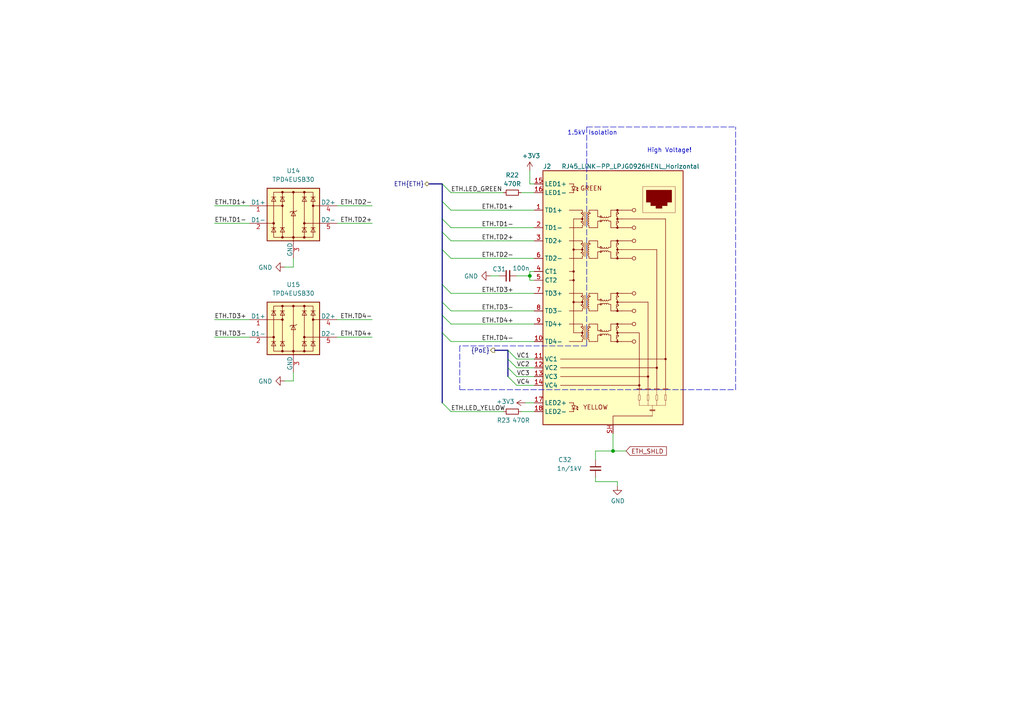
<source format=kicad_sch>
(kicad_sch (version 20211123) (generator eeschema)
  (paper "A4")
  (title_block (title "Ethernet") (date "2022-08-29") (rev "1.3") (company "Nabu Casa") (comment 1 "www.nabucasa.com") (comment 2 "Yellow"))
  (lib_symbols
    (symbol "Device:C_Small" (pin_numbers hide) (pin_names (offset 0.254) hide)
      (property "Reference" "C" (at 0.254 1.778 0))
      (property "Value" "C_Small" (at 0.254 -2.032 0))
      (symbol "C_Small_0_1"
        (polyline (pts (xy -1.524 -0.508) (xy 1.524 -0.508)) (stroke (width 0.3302)))
        (polyline (pts (xy -1.524 0.508) (xy 1.524 0.508)) (stroke (width 0.3048)))
      )
      (symbol "C_Small_1_1"
        (pin passive line (at 0 2.54 270) (length 2.032) (name "~") (number "1"))
        (pin passive line (at 0 -2.54 90) (length 2.032) (name "~") (number "2"))
      )
    )
    (symbol "Device:R_Small" (pin_numbers hide) (pin_names (offset 0.254) hide)
      (property "Reference" "R" (at 0.762 0.508 0))
      (property "Value" "R_Small" (at 0.762 -1.016 0))
      (symbol "R_Small_0_1"
        (rectangle (start -0.762 1.778) (end 0.762 -1.778) (stroke (width 0.2032)))
      )
      (symbol "R_Small_1_1"
        (pin passive line (at 0 2.54 270) (length 0.762) (name "~") (number "1"))
        (pin passive line (at 0 -2.54 90) (length 0.762) (name "~") (number "2"))
      )
    )
    (symbol "Power_Protection:TPD4EUSB30_1" (pin_names (offset 0))
      (property "Reference" "U" (at -0.635 8.89 0))
      (property "Value" "TPD4EUSB30" (at 8.89 -10.16 0))
      (symbol "TPD4EUSB30_1_0_0"
        (rectangle (start -5.715 6.477) (end 5.715 -6.604))
        (polyline (pts (xy -3.175 -6.604) (xy -3.175 6.477)))
        (polyline (pts (xy 0 6.477) (xy 0 -6.604)))
        (polyline (pts (xy 3.175 6.477) (xy 3.175 -6.604)))
      )
      (symbol "TPD4EUSB30_1_0_1"
        (rectangle (start -7.62 7.62) (end 7.62 -7.62) (stroke (width 0.254)) (fill (type background)))
        (circle (center -5.715 -2.54) (radius 0.2794) (fill (type outline)))
        (circle (center -3.175 -6.604) (radius 0.2794) (fill (type outline)))
        (circle (center -3.175 2.54) (radius 0.2794) (fill (type outline)))
        (circle (center -3.175 6.477) (radius 0.2794) (fill (type outline)))
        (circle (center 0 -6.604) (radius 0.2794) (fill (type outline)))
        (polyline (pts (xy -7.747 2.54) (xy -3.175 2.54)))
        (polyline (pts (xy -7.62 -2.54) (xy -5.715 -2.54)))
        (polyline (pts (xy -5.08 -3.81) (xy -6.35 -3.81)))
        (polyline (pts (xy -5.08 5.08) (xy -6.35 5.08)))
        (polyline (pts (xy -2.54 -3.81) (xy -3.81 -3.81)))
        (polyline (pts (xy -2.54 5.08) (xy -3.81 5.08)))
        (polyline (pts (xy -0.635 0.889) (xy -1.016 0.635)))
        (polyline (pts (xy 0 -6.604) (xy 0 -7.62)))
        (polyline (pts (xy 0.635 0.889) (xy -0.635 0.889)))
        (polyline (pts (xy 0.635 0.889) (xy 1.016 1.143)))
        (polyline (pts (xy 3.81 -3.81) (xy 2.54 -3.81)))
        (polyline (pts (xy 3.81 5.08) (xy 2.54 5.08)))
        (polyline (pts (xy 6.35 -3.81) (xy 5.08 -3.81)))
        (polyline (pts (xy 6.35 5.08) (xy 5.08 5.08)))
        (polyline (pts (xy 7.62 -2.54) (xy 3.175 -2.54)))
        (polyline (pts (xy 7.62 2.54) (xy 5.715 2.54)))
        (polyline (pts (xy -5.08 -5.08) (xy -6.35 -5.08) (xy -5.715 -3.81) (xy -5.08 -5.08)))
        (polyline (pts (xy -5.08 3.81) (xy -6.35 3.81) (xy -5.715 5.08) (xy -5.08 3.81)))
        (polyline (pts (xy -2.54 -5.08) (xy -3.81 -5.08) (xy -3.175 -3.81) (xy -2.54 -5.08)))
        (polyline (pts (xy -2.54 3.81) (xy -3.81 3.81) (xy -3.175 5.08) (xy -2.54 3.81)))
        (polyline (pts (xy 0.635 -0.381) (xy -0.635 -0.381) (xy 0 0.889) (xy 0.635 -0.381)))
        (polyline (pts (xy 3.81 -5.08) (xy 2.54 -5.08) (xy 3.175 -3.81) (xy 3.81 -5.08)))
        (polyline (pts (xy 3.81 3.81) (xy 2.54 3.81) (xy 3.175 5.08) (xy 3.81 3.81)))
        (polyline (pts (xy 6.35 -5.08) (xy 5.08 -5.08) (xy 5.715 -3.81) (xy 6.35 -5.08)))
        (polyline (pts (xy 6.35 3.81) (xy 5.08 3.81) (xy 5.715 5.08) (xy 6.35 3.81)))
        (circle (center 0 6.477) (radius 0.2794) (fill (type outline)))
        (circle (center 3.175 -6.604) (radius 0.2794) (fill (type outline)))
        (circle (center 3.175 -2.54) (radius 0.2794) (fill (type outline)))
        (circle (center 3.175 6.477) (radius 0.2794) (fill (type outline)))
        (circle (center 5.715 2.54) (radius 0.2794) (fill (type outline)))
      )
      (symbol "TPD4EUSB30_1_1_1"
        (pin passive line (at -12.7 2.54 0) (length 5.08) (name "D1+") (number "1"))
        (pin passive line (at -12.7 2.54 0) (length 5.08) hide (name "D1+") (number "10"))
        (pin passive line (at -12.7 -2.54 0) (length 5.08) (name "D1-") (number "2"))
        (pin power_in line (at 0 -12.7 90) (length 5.08) (name "GND") (number "3"))
        (pin passive line (at 12.7 2.54 180) (length 5.08) (name "D2+") (number "4"))
        (pin passive line (at 12.7 -2.54 180) (length 5.08) (name "D2-") (number "5"))
        (pin passive line (at 12.7 -2.54 180) (length 5.08) hide (name "D2-") (number "6"))
        (pin passive line (at 12.7 2.54 180) (length 5.08) hide (name "D2+") (number "7"))
        (pin passive line (at 0 -12.7 90) (length 5.08) hide (name "GND") (number "8"))
        (pin passive line (at -12.7 -2.54 0) (length 5.08) hide (name "D1-") (number "9"))
      )
    )
    (symbol "Yellow:RJ45_LINK-PP_LPJG0926HENL_Horizontal"
      (property "Reference" "J" (at -20.32 38.1 0))
      (property "Value" "RJ45_LINK-PP_LPJG0926HENL_Horizontal" (at 5.08 38.1 0))
      (symbol "RJ45_LINK-PP_LPJG0926HENL_Horizontal_0_0"
        (polyline (pts (xy 7.62 -31.242) (xy 15.24 -31.242)) (stroke (width 0.0006)))
        (polyline (pts (xy 7.62 -29.718) (xy 7.62 -31.242)) (stroke (width 0.0006)))
        (polyline (pts (xy 7.62 -26.67) (xy 7.62 -28.194)) (stroke (width 0.0006)))
        (polyline (pts (xy 10.16 -29.718) (xy 10.16 -31.242)) (stroke (width 0.0006)))
        (polyline (pts (xy 10.16 -26.67) (xy 10.16 -28.194)) (stroke (width 0.0006)))
        (polyline (pts (xy 11.43 -34.29) (xy 11.43 -32.766)) (stroke (width 0.0006)))
        (polyline (pts (xy 11.43 -32.512) (xy 11.43 -31.242)) (stroke (width 0.0006)))
        (polyline (pts (xy 12.7 -29.718) (xy 12.7 -31.242)) (stroke (width 0.0006)))
        (polyline (pts (xy 12.7 -26.67) (xy 12.7 -28.194)) (stroke (width 0.0006)))
        (polyline (pts (xy 15.24 -29.718) (xy 15.24 -31.242)) (stroke (width 0.0006)))
        (polyline (pts (xy 15.24 -26.67) (xy 15.24 -28.194)) (stroke (width 0.0006)))
        (rectangle (start 7.366 -28.194) (end 7.874 -29.718) (stroke (width 0.0006)))
        (rectangle (start 8.636 32.258) (end 18.034 24.638) (stroke (width 0.0006)))
        (rectangle (start 9.652 31.242) (end 17.018 27.686) (stroke (width 0.0006)) (fill (type outline)))
        (rectangle (start 9.906 -28.194) (end 10.414 -29.718) (stroke (width 0.0006)))
        (rectangle (start 10.922 27.686) (end 15.748 26.67) (stroke (width 0.0006)) (fill (type outline)))
        (rectangle (start 12.446 -28.194) (end 12.954 -29.718) (stroke (width 0.0006)))
        (rectangle (start 12.446 26.67) (end 14.224 25.908) (stroke (width 0.0006)) (fill (type outline)))
        (rectangle (start 14.986 -28.194) (end 15.494 -29.718) (stroke (width 0.0006)))
        (text "GREEN" (at -6.35 31.75 0) (effects (font (size 1.27 1.27))))
        (text "YELLOW" (at -5.08 -31.75 0) (effects (font (size 1.27 1.27))))
      )
      (symbol "RJ45_LINK-PP_LPJG0926HENL_Horizontal_0_1"
        (rectangle (start -20.32 36.83) (end 20.32 -36.83) (stroke (width 0.254)) (fill (type background)))
        (circle (center -11.43 -1.27) (radius 0.254) (fill (type outline)))
        (circle (center -11.43 5.08) (radius 0.254) (fill (type outline)))
        (circle (center -11.43 7.62) (radius 0.254) (fill (type outline)))
        (circle (center -11.43 13.97) (radius 0.254) (fill (type outline)))
        (circle (center -9.144 -11.049) (radius 0.127) (fill (type outline)))
        (circle (center -9.144 -8.509) (radius 0.127) (fill (type outline)))
        (circle (center -9.144 -2.159) (radius 0.127) (fill (type outline)))
        (circle (center -9.144 0.381) (radius 0.127) (fill (type outline)))
        (circle (center -9.144 13.081) (radius 0.127) (fill (type outline)))
        (circle (center -9.144 15.621) (radius 0.127) (fill (type outline)))
        (circle (center -9.144 21.971) (radius 0.127) (fill (type outline)))
        (circle (center -9.144 24.511) (radius 0.127) (fill (type outline)))
        (arc (start -8.89 -12.065) (mid -8.5849 -11.7475) (end -8.89 -11.43))
        (arc (start -8.89 -11.43) (mid -8.5849 -11.1125) (end -8.89 -10.795))
        (circle (center -8.89 -10.16) (radius 0.254) (fill (type outline)))
        (arc (start -8.89 -9.525) (mid -8.5849 -9.2075) (end -8.89 -8.89))
        (arc (start -8.89 -8.89) (mid -8.5849 -8.5725) (end -8.89 -8.255))
        (arc (start -8.89 -3.175) (mid -8.5849 -2.8575) (end -8.89 -2.54))
        (arc (start -8.89 -2.54) (mid -8.5849 -2.2225) (end -8.89 -1.905))
        (circle (center -8.89 -1.27) (radius 0.254) (fill (type outline)))
        (arc (start -8.89 -0.635) (mid -8.5849 -0.3175) (end -8.89 0))
        (arc (start -8.89 0) (mid -8.5849 0.3175) (end -8.89 0.635))
        (arc (start -8.89 12.065) (mid -8.5849 12.3825) (end -8.89 12.7))
        (arc (start -8.89 12.7) (mid -8.5849 13.0175) (end -8.89 13.335))
        (circle (center -8.89 13.97) (radius 0.254) (fill (type outline)))
        (arc (start -8.89 14.605) (mid -8.5849 14.9225) (end -8.89 15.24))
        (arc (start -8.89 15.24) (mid -8.5849 15.5575) (end -8.89 15.875))
        (arc (start -8.89 20.955) (mid -8.5849 21.2725) (end -8.89 21.59))
        (arc (start -8.89 21.59) (mid -8.5849 21.9075) (end -8.89 22.225))
        (circle (center -8.89 22.86) (radius 0.254) (fill (type outline)))
        (arc (start -8.89 23.495) (mid -8.5849 23.8125) (end -8.89 24.13))
        (arc (start -8.89 24.13) (mid -8.5849 24.4475) (end -8.89 24.765))
        (arc (start -6.985 -11.43) (mid -7.2901 -11.7475) (end -6.985 -12.065))
        (arc (start -6.985 -10.795) (mid -7.2901 -11.1125) (end -6.985 -11.43))
        (arc (start -6.985 -10.16) (mid -7.2901 -10.4775) (end -6.985 -10.795))
        (arc (start -6.985 -9.525) (mid -7.2901 -9.8425) (end -6.985 -10.16))
        (arc (start -6.985 -8.89) (mid -7.2901 -9.2075) (end -6.985 -9.525))
        (arc (start -6.985 -8.255) (mid -7.2901 -8.5725) (end -6.985 -8.89))
        (arc (start -6.985 -2.54) (mid -7.2901 -2.8575) (end -6.985 -3.175))
        (arc (start -6.985 -1.905) (mid -7.2901 -2.2225) (end -6.985 -2.54))
        (arc (start -6.985 -1.27) (mid -7.2901 -1.5875) (end -6.985 -1.905))
        (arc (start -6.985 -0.635) (mid -7.2901 -0.9525) (end -6.985 -1.27))
        (arc (start -6.985 0) (mid -7.2901 -0.3175) (end -6.985 -0.635))
        (arc (start -6.985 0.635) (mid -7.2901 0.3175) (end -6.985 0))
        (arc (start -6.985 12.7) (mid -7.2901 12.3825) (end -6.985 12.065))
        (arc (start -6.985 13.335) (mid -7.2901 13.0175) (end -6.985 12.7))
        (arc (start -6.985 13.97) (mid -7.2901 13.6525) (end -6.985 13.335))
        (arc (start -6.985 14.605) (mid -7.2901 14.2875) (end -6.985 13.97))
        (arc (start -6.985 15.24) (mid -7.2901 14.9225) (end -6.985 14.605))
        (arc (start -6.985 15.875) (mid -7.2901 15.5575) (end -6.985 15.24))
        (arc (start -6.985 21.59) (mid -7.2901 21.2725) (end -6.985 20.955))
        (arc (start -6.985 22.225) (mid -7.2901 21.9075) (end -6.985 21.59))
        (arc (start -6.985 22.86) (mid -7.2901 22.5425) (end -6.985 22.225))
        (arc (start -6.985 23.495) (mid -7.2901 23.1775) (end -6.985 22.86))
        (arc (start -6.985 24.13) (mid -7.2901 23.8125) (end -6.985 23.495))
        (arc (start -6.985 24.765) (mid -7.2901 24.4475) (end -6.985 24.13))
        (circle (center -6.731 -8.509) (radius 0.127) (fill (type outline)))
        (circle (center -6.731 0.381) (radius 0.127) (fill (type outline)))
        (circle (center -6.731 15.621) (radius 0.127) (fill (type outline)))
        (circle (center -6.731 24.511) (radius 0.127) (fill (type outline)))
        (arc (start -3.81 -9.525) (mid -3.4925 -9.8301) (end -3.175 -9.525))
        (arc (start -3.81 -0.635) (mid -3.4925 -0.9401) (end -3.175 -0.635))
        (arc (start -3.81 14.605) (mid -3.4925 14.2999) (end -3.175 14.605))
        (arc (start -3.81 23.495) (mid -3.4925 23.1899) (end -3.175 23.495))
        (circle (center -3.5306 -10.8966) (radius 0.127) (fill (type outline)))
        (circle (center -3.5306 -9.3726) (radius 0.127) (fill (type outline)))
        (circle (center -3.5306 -2.0066) (radius 0.127) (fill (type outline)))
        (circle (center -3.5306 -0.4826) (radius 0.127) (fill (type outline)))
        (circle (center -3.5306 13.2334) (radius 0.127) (fill (type outline)))
        (circle (center -3.5306 14.7574) (radius 0.127) (fill (type outline)))
        (circle (center -3.5306 22.1234) (radius 0.127) (fill (type outline)))
        (circle (center -3.5306 23.6474) (radius 0.127) (fill (type outline)))
        (arc (start -3.175 -10.795) (mid -3.4925 -10.4899) (end -3.81 -10.795))
        (arc (start -3.175 -9.525) (mid -2.8575 -9.8301) (end -2.54 -9.525))
        (arc (start -3.175 -1.905) (mid -3.4925 -1.5999) (end -3.81 -1.905))
        (arc (start -3.175 -0.635) (mid -2.8575 -0.9401) (end -2.54 -0.635))
        (arc (start -3.175 13.335) (mid -3.4925 13.6401) (end -3.81 13.335))
        (arc (start -3.175 14.605) (mid -2.8575 14.2999) (end -2.54 14.605))
        (arc (start -3.175 22.225) (mid -3.4925 22.5301) (end -3.81 22.225))
        (arc (start -3.175 23.495) (mid -2.8575 23.1899) (end -2.54 23.495))
        (arc (start -2.54 -10.795) (mid -2.8575 -10.4899) (end -3.175 -10.795))
        (arc (start -2.54 -9.525) (mid -2.2225 -9.8301) (end -1.905 -9.525))
        (arc (start -2.54 -1.905) (mid -2.8575 -1.5999) (end -3.175 -1.905))
        (arc (start -2.54 -0.635) (mid -2.2225 -0.9401) (end -1.905 -0.635))
        (arc (start -2.54 13.335) (mid -2.8575 13.6401) (end -3.175 13.335))
        (arc (start -2.54 14.605) (mid -2.2225 14.2999) (end -1.905 14.605))
        (arc (start -2.54 22.225) (mid -2.8575 22.5301) (end -3.175 22.225))
        (arc (start -2.54 23.495) (mid -2.2225 23.1899) (end -1.905 23.495))
        (arc (start -1.905 -10.795) (mid -2.2225 -10.4899) (end -2.54 -10.795))
        (arc (start -1.905 -9.525) (mid -1.5875 -9.8301) (end -1.27 -9.525))
        (arc (start -1.905 -1.905) (mid -2.2225 -1.5999) (end -2.54 -1.905))
        (arc (start -1.905 -0.635) (mid -1.5875 -0.9401) (end -1.27 -0.635))
        (arc (start -1.905 13.335) (mid -2.2225 13.6401) (end -2.54 13.335))
        (arc (start -1.905 14.605) (mid -1.5875 14.2999) (end -1.27 14.605))
        (arc (start -1.905 22.225) (mid -2.2225 22.5301) (end -2.54 22.225))
        (arc (start -1.905 23.495) (mid -1.5875 23.1899) (end -1.27 23.495))
        (arc (start -1.27 -10.795) (mid -1.5875 -10.4899) (end -1.905 -10.795))
        (arc (start -1.27 -1.905) (mid -1.5875 -1.5999) (end -1.905 -1.905))
        (arc (start -1.27 13.335) (mid -1.5875 13.6401) (end -1.905 13.335))
        (arc (start -1.27 22.225) (mid -1.5875 22.5301) (end -1.905 22.225))
        (polyline (pts (xy -15.24 -25.4) (xy 7.62 -25.4)))
        (polyline (pts (xy -15.24 -22.86) (xy 10.16 -22.86)))
        (polyline (pts (xy -15.24 -20.32) (xy 12.7 -20.32)))
        (polyline (pts (xy -15.24 -17.78) (xy 15.24 -17.78)))
        (polyline (pts (xy -12.7 -12.7) (xy -8.89 -12.7)))
        (polyline (pts (xy -12.7 -7.62) (xy -8.89 -7.62)))
        (polyline (pts (xy -12.7 -3.81) (xy -8.89 -3.81)))
        (polyline (pts (xy -12.7 1.27) (xy -8.89 1.27)))
        (polyline (pts (xy -12.7 5.08) (xy -11.43 5.08)))
        (polyline (pts (xy -12.7 7.62) (xy -11.43 7.62)))
        (polyline (pts (xy -12.7 11.43) (xy -8.89 11.43)))
        (polyline (pts (xy -12.7 16.51) (xy -8.89 16.51)))
        (polyline (pts (xy -12.7 20.32) (xy -8.89 20.32)))
        (polyline (pts (xy -12.7 25.4) (xy -8.89 25.4)))
        (polyline (pts (xy -11.43 -10.16) (xy -11.43 22.86)))
        (polyline (pts (xy -11.43 -10.16) (xy -8.89 -10.16)))
        (polyline (pts (xy -11.43 -1.27) (xy -8.89 -1.27)))
        (polyline (pts (xy -11.43 13.97) (xy -8.89 13.97)))
        (polyline (pts (xy -11.43 22.86) (xy -8.89 22.86)))
        (polyline (pts (xy -8.89 -12.7) (xy -8.89 -12.065)))
        (polyline (pts (xy -8.89 -10.16) (xy -8.89 -10.795)))
        (polyline (pts (xy -8.89 -10.16) (xy -8.89 -9.525)))
        (polyline (pts (xy -8.89 -7.62) (xy -8.89 -8.255)))
        (polyline (pts (xy -8.89 -3.81) (xy -8.89 -3.175)))
        (polyline (pts (xy -8.89 -1.27) (xy -8.89 -1.905)))
        (polyline (pts (xy -8.89 -1.27) (xy -8.89 -0.635)))
        (polyline (pts (xy -8.89 1.27) (xy -8.89 0.635)))
        (polyline (pts (xy -8.89 11.43) (xy -8.89 12.065)))
        (polyline (pts (xy -8.89 13.97) (xy -8.89 13.335)))
        (polyline (pts (xy -8.89 13.97) (xy -8.89 14.605)))
        (polyline (pts (xy -8.89 16.51) (xy -8.89 15.875)))
        (polyline (pts (xy -8.89 20.32) (xy -8.89 20.955)))
        (polyline (pts (xy -8.89 22.86) (xy -8.89 22.225)))
        (polyline (pts (xy -8.89 22.86) (xy -8.89 23.495)))
        (polyline (pts (xy -8.89 25.4) (xy -8.89 24.765)))
        (polyline (pts (xy -8.128 -12.192) (xy -8.128 -8.128)))
        (polyline (pts (xy -8.128 -3.302) (xy -8.128 0.762)))
        (polyline (pts (xy -8.128 11.938) (xy -8.128 16.002)))
        (polyline (pts (xy -8.128 20.828) (xy -8.128 24.892)))
        (polyline (pts (xy -7.62 -12.192) (xy -7.62 -8.128)))
        (polyline (pts (xy -7.62 -3.302) (xy -7.62 0.762)))
        (polyline (pts (xy -7.62 11.938) (xy -7.62 16.002)))
        (polyline (pts (xy -7.62 20.828) (xy -7.62 24.892)))
        (polyline (pts (xy -4.445 -9.525) (xy -3.81 -9.525)))
        (polyline (pts (xy -4.445 -0.635) (xy -3.81 -0.635)))
        (polyline (pts (xy -4.445 14.605) (xy -3.81 14.605)))
        (polyline (pts (xy -4.445 23.495) (xy -3.81 23.495)))
        (polyline (pts (xy -0.635 -12.7) (xy 0.635 -12.7)))
        (polyline (pts (xy -0.635 -7.62) (xy 0.635 -7.62)))
        (polyline (pts (xy -0.635 -3.81) (xy 0.635 -3.81)))
        (polyline (pts (xy -0.635 1.27) (xy 0.635 1.27)))
        (polyline (pts (xy -0.635 11.43) (xy 0.635 11.43)))
        (polyline (pts (xy -0.635 16.51) (xy 0.635 16.51)))
        (polyline (pts (xy -0.635 20.32) (xy 0.635 20.32)))
        (polyline (pts (xy -0.635 25.4) (xy 0.635 25.4)))
        (polyline (pts (xy 1.27 -12.7) (xy 1.27 -12.065)))
        (polyline (pts (xy 1.27 -10.16) (xy 1.27 -10.795)))
        (polyline (pts (xy 1.27 -10.16) (xy 1.27 -9.525)))
        (polyline (pts (xy 1.27 -7.62) (xy 1.27 -8.255)))
        (polyline (pts (xy 1.27 -3.81) (xy 1.27 -3.175)))
        (polyline (pts (xy 1.27 -1.27) (xy 1.27 -1.905)))
        (polyline (pts (xy 1.27 -1.27) (xy 1.27 -0.635)))
        (polyline (pts (xy 1.27 1.27) (xy 1.27 0.635)))
        (polyline (pts (xy 1.27 11.43) (xy 1.27 12.065)))
        (polyline (pts (xy 1.27 13.97) (xy 1.27 13.335)))
        (polyline (pts (xy 1.27 13.97) (xy 1.27 14.605)))
        (polyline (pts (xy 1.27 16.51) (xy 1.27 15.875)))
        (polyline (pts (xy 1.27 20.32) (xy 1.27 20.955)))
        (polyline (pts (xy 1.27 22.86) (xy 1.27 22.225)))
        (polyline (pts (xy 1.27 22.86) (xy 1.27 23.495)))
        (polyline (pts (xy 1.27 25.4) (xy 1.27 24.765)))
        (polyline (pts (xy 2.54 -12.7) (xy 1.27 -12.7)))
        (polyline (pts (xy 2.54 -12.7) (xy 5.588 -12.7)))
        (polyline (pts (xy 2.54 -10.16) (xy 1.27 -10.16)))
        (polyline (pts (xy 2.54 -10.16) (xy 7.62 -10.16)))
        (polyline (pts (xy 2.54 -7.62) (xy 1.27 -7.62)))
        (polyline (pts (xy 2.54 -7.62) (xy 5.588 -7.62)))
        (polyline (pts (xy 2.54 -3.81) (xy 1.27 -3.81)))
        (polyline (pts (xy 2.54 -3.81) (xy 5.588 -3.81)))
        (polyline (pts (xy 2.54 -1.27) (xy 1.27 -1.27)))
        (polyline (pts (xy 2.54 -1.27) (xy 10.16 -1.27)))
        (polyline (pts (xy 2.54 1.27) (xy 1.27 1.27)))
        (polyline (pts (xy 2.54 1.27) (xy 5.588 1.27)))
        (polyline (pts (xy 2.54 11.43) (xy 1.27 11.43)))
        (polyline (pts (xy 2.54 11.43) (xy 5.588 11.43)))
        (polyline (pts (xy 2.54 13.97) (xy 1.27 13.97)))
        (polyline (pts (xy 2.54 13.97) (xy 12.7 13.97)))
        (polyline (pts (xy 2.54 16.51) (xy 1.27 16.51)))
        (polyline (pts (xy 2.54 16.51) (xy 5.588 16.51)))
        (polyline (pts (xy 2.54 20.32) (xy 1.27 20.32)))
        (polyline (pts (xy 2.54 20.32) (xy 5.588 20.32)))
        (polyline (pts (xy 2.54 22.86) (xy 1.27 22.86)))
        (polyline (pts (xy 2.54 25.4) (xy 1.27 25.4)))
        (polyline (pts (xy 2.54 25.4) (xy 5.588 25.4)))
        (polyline (pts (xy 7.62 -26.416) (xy 7.62 -10.16)))
        (polyline (pts (xy 8.382 -26.67) (xy 6.858 -26.67)))
        (polyline (pts (xy 8.382 -26.416) (xy 6.858 -26.416)))
        (polyline (pts (xy 10.16 -26.416) (xy 10.16 -1.27)))
        (polyline (pts (xy 10.922 -26.67) (xy 9.398 -26.67)))
        (polyline (pts (xy 10.922 -26.416) (xy 9.398 -26.416)))
        (polyline (pts (xy 12.192 -32.766) (xy 10.668 -32.766)))
        (polyline (pts (xy 12.192 -32.512) (xy 10.668 -32.512)))
        (polyline (pts (xy 12.7 -26.416) (xy 12.7 13.97)))
        (polyline (pts (xy 13.462 -26.67) (xy 11.938 -26.67)))
        (polyline (pts (xy 13.462 -26.416) (xy 11.938 -26.416)))
        (polyline (pts (xy 15.24 -26.416) (xy 15.24 22.86)))
        (polyline (pts (xy 15.24 22.86) (xy 2.54 22.86)))
        (polyline (pts (xy 16.002 -26.67) (xy 14.478 -26.67)))
        (polyline (pts (xy 16.002 -26.416) (xy 14.478 -26.416)))
        (polyline (pts (xy -6.985 -12.065) (xy -6.985 -12.7) (xy -5.08 -12.7)))
        (polyline (pts (xy -6.985 -8.255) (xy -6.985 -7.62) (xy -5.08 -7.62)))
        (polyline (pts (xy -6.985 -3.175) (xy -6.985 -3.81) (xy -5.08 -3.81)))
        (polyline (pts (xy -6.985 0.635) (xy -6.985 1.27) (xy -5.08 1.27)))
        (polyline (pts (xy -6.985 12.065) (xy -6.985 11.43) (xy -5.08 11.43)))
        (polyline (pts (xy -6.985 15.875) (xy -6.985 16.51) (xy -5.08 16.51)))
        (polyline (pts (xy -6.985 20.955) (xy -6.985 20.32) (xy -5.08 20.32)))
        (polyline (pts (xy -6.985 24.765) (xy -6.985 25.4) (xy -5.08 25.4)))
        (polyline (pts (xy -5.08 -7.62) (xy -4.445 -7.62) (xy -4.445 -9.525)))
        (polyline (pts (xy -5.08 1.27) (xy -4.445 1.27) (xy -4.445 -0.635)))
        (polyline (pts (xy -5.08 16.51) (xy -4.445 16.51) (xy -4.445 14.605)))
        (polyline (pts (xy -5.08 25.4) (xy -4.445 25.4) (xy -4.445 23.495)))
        (polyline (pts (xy -1.27 -10.795) (xy -0.635 -10.795) (xy -0.635 -12.7)))
        (polyline (pts (xy -1.27 -9.525) (xy -0.635 -9.525) (xy -0.635 -7.62)))
        (polyline (pts (xy -1.27 -1.905) (xy -0.635 -1.905) (xy -0.635 -3.81)))
        (polyline (pts (xy -1.27 -0.635) (xy -0.635 -0.635) (xy -0.635 1.27)))
        (polyline (pts (xy -1.27 13.335) (xy -0.635 13.335) (xy -0.635 11.43)))
        (polyline (pts (xy -1.27 14.605) (xy -0.635 14.605) (xy -0.635 16.51)))
        (polyline (pts (xy -1.27 22.225) (xy -0.635 22.225) (xy -0.635 20.32)))
        (polyline (pts (xy -1.27 23.495) (xy -0.635 23.495) (xy -0.635 25.4)))
        (polyline (pts (xy 0.635 -12.7) (xy 1.27 -12.7) (xy 1.27 -12.065)))
        (polyline (pts (xy 0.635 -7.62) (xy 1.27 -7.62) (xy 1.27 -8.255)))
        (polyline (pts (xy 0.635 -3.81) (xy 1.27 -3.81) (xy 1.27 -3.175)))
        (polyline (pts (xy 0.635 1.27) (xy 1.27 1.27) (xy 1.27 0.635)))
        (polyline (pts (xy 0.635 11.43) (xy 1.27 11.43) (xy 1.27 12.065)))
        (polyline (pts (xy 0.635 16.51) (xy 1.27 16.51) (xy 1.27 15.875)))
        (polyline (pts (xy 0.635 20.32) (xy 1.27 20.32) (xy 1.27 20.955)))
        (polyline (pts (xy 0.635 25.4) (xy 1.27 25.4) (xy 1.27 24.765)))
        (polyline (pts (xy 11.43 -34.29) (xy 0 -34.29) (xy 0 -36.83)))
        (polyline (pts (xy -5.08 -12.7) (xy -4.445 -12.7) (xy -4.445 -10.795) (xy -3.81 -10.795)))
        (polyline (pts (xy -5.08 -3.81) (xy -4.445 -3.81) (xy -4.445 -1.905) (xy -3.81 -1.905)))
        (polyline (pts (xy -5.08 11.43) (xy -4.445 11.43) (xy -4.445 13.335) (xy -3.81 13.335)))
        (polyline (pts (xy -5.08 20.32) (xy -4.445 20.32) (xy -4.445 22.225) (xy -3.81 22.225)))
        (circle (center 1.27 -12.7) (radius 0.254) (fill (type outline)))
        (arc (start 1.27 -11.43) (mid 0.9395 -11.7475) (end 1.27 -12.065))
        (arc (start 1.27 -10.795) (mid 0.9395 -11.1125) (end 1.27 -11.43))
        (circle (center 1.27 -10.16) (radius 0.254) (fill (type outline)))
        (arc (start 1.27 -8.89) (mid 0.9395 -9.2075) (end 1.27 -9.525))
        (arc (start 1.27 -8.255) (mid 0.9395 -8.5725) (end 1.27 -8.89))
        (circle (center 1.27 -7.62) (radius 0.254) (fill (type outline)))
        (circle (center 1.27 -3.81) (radius 0.254) (fill (type outline)))
        (arc (start 1.27 -2.54) (mid 0.9395 -2.8575) (end 1.27 -3.175))
        (arc (start 1.27 -1.905) (mid 0.9395 -2.2225) (end 1.27 -2.54))
        (circle (center 1.27 -1.27) (radius 0.254) (fill (type outline)))
        (arc (start 1.27 0) (mid 0.9395 -0.3175) (end 1.27 -0.635))
        (arc (start 1.27 0.635) (mid 0.9395 0.3175) (end 1.27 0))
        (circle (center 1.27 1.27) (radius 0.254) (fill (type outline)))
        (circle (center 1.27 11.43) (radius 0.254) (fill (type outline)))
        (arc (start 1.27 12.7) (mid 0.9395 12.3825) (end 1.27 12.065))
        (arc (start 1.27 13.335) (mid 0.9395 13.0175) (end 1.27 12.7))
        (circle (center 1.27 13.97) (radius 0.254) (fill (type outline)))
        (arc (start 1.27 15.24) (mid 0.9395 14.9225) (end 1.27 14.605))
        (arc (start 1.27 15.875) (mid 0.9395 15.5575) (end 1.27 15.24))
        (circle (center 1.27 16.51) (radius 0.254) (fill (type outline)))
        (circle (center 1.27 20.32) (radius 0.254) (fill (type outline)))
        (arc (start 1.27 21.59) (mid 0.9395 21.2725) (end 1.27 20.955))
        (arc (start 1.27 22.225) (mid 0.9395 21.9075) (end 1.27 21.59))
        (circle (center 1.27 22.86) (radius 0.254) (fill (type outline)))
        (arc (start 1.27 24.13) (mid 0.9395 23.8125) (end 1.27 23.495))
        (arc (start 1.27 24.765) (mid 0.9395 24.4475) (end 1.27 24.13))
        (circle (center 1.27 25.4) (radius 0.254) (fill (type outline)))
        (circle (center 1.524 -11.049) (radius 0.127) (fill (type outline)))
        (circle (center 1.524 -8.509) (radius 0.127) (fill (type outline)))
        (circle (center 1.524 -2.159) (radius 0.127) (fill (type outline)))
        (circle (center 1.524 0.381) (radius 0.127) (fill (type outline)))
        (circle (center 1.524 13.081) (radius 0.127) (fill (type outline)))
        (circle (center 1.524 15.621) (radius 0.127) (fill (type outline)))
        (circle (center 1.524 21.971) (radius 0.127) (fill (type outline)))
        (circle (center 1.524 24.511) (radius 0.127) (fill (type outline)))
        (circle (center 6.096 -12.7) (radius 0.508))
        (circle (center 6.096 -7.62) (radius 0.508))
        (circle (center 6.096 -3.81) (radius 0.508))
        (circle (center 6.096 1.27) (radius 0.508))
        (circle (center 6.096 11.43) (radius 0.508))
        (circle (center 6.096 16.51) (radius 0.508))
        (circle (center 6.096 20.32) (radius 0.508))
        (circle (center 6.096 25.4) (radius 0.508))
        (circle (center 7.62 -25.4) (radius 0.254) (fill (type outline)))
        (circle (center 10.16 -22.86) (radius 0.254) (fill (type outline)))
        (circle (center 12.7 -20.32) (radius 0.254) (fill (type outline)))
        (circle (center 15.24 -17.78) (radius 0.254) (fill (type outline)))
      )
      (symbol "RJ45_LINK-PP_LPJG0926HENL_Horizontal_1_1"
        (polyline (pts (xy -12.7 -33.02) (xy -11.43 -33.02)))
        (polyline (pts (xy -12.7 -30.48) (xy -11.43 -30.48)))
        (polyline (pts (xy -12.7 30.48) (xy -11.43 30.48)))
        (polyline (pts (xy -12.7 33.02) (xy -11.43 33.02)))
        (polyline (pts (xy -11.938 -32.258) (xy -10.922 -32.258)))
        (polyline (pts (xy -11.938 31.242) (xy -10.922 31.242)))
        (polyline (pts (xy -11.43 -33.02) (xy -11.43 -32.258)))
        (polyline (pts (xy -11.43 -30.48) (xy -11.43 -31.242)))
        (polyline (pts (xy -11.43 30.48) (xy -11.43 31.242)))
        (polyline (pts (xy -11.43 33.02) (xy -11.43 32.258)))
        (polyline (pts (xy -10.16 -32.512) (xy -10.287 -32.131)))
        (polyline (pts (xy -10.16 -31.877) (xy -10.287 -31.496)))
        (polyline (pts (xy -10.16 30.988) (xy -10.287 31.369)))
        (polyline (pts (xy -10.16 31.623) (xy -10.287 32.004)))
        (polyline (pts (xy -10.668 -32.004) (xy -10.16 -32.512) (xy -10.541 -32.385)))
        (polyline (pts (xy -10.668 -31.369) (xy -10.16 -31.877) (xy -10.541 -31.75)))
        (polyline (pts (xy -10.668 31.496) (xy -10.16 30.988) (xy -10.541 31.115)))
        (polyline (pts (xy -10.668 32.131) (xy -10.16 31.623) (xy -10.541 31.75)))
        (polyline (pts (xy -11.43 -32.258) (xy -11.938 -31.242) (xy -10.922 -31.242) (xy -11.43 -32.258)))
        (polyline (pts (xy -11.43 31.242) (xy -11.938 32.258) (xy -10.922 32.258) (xy -11.43 31.242)))
        (pin passive line (at -22.86 25.4 0) (length 2.54) (name "TD1+") (number "1"))
        (pin passive line (at -22.86 -12.7 0) (length 2.54) (name "TD4-") (number "10"))
        (pin passive line (at -22.86 -17.78 0) (length 2.54) (name "VC1") (number "11"))
        (pin passive line (at -22.86 -20.32 0) (length 2.54) (name "VC2") (number "12"))
        (pin passive line (at -22.86 -22.86 0) (length 2.54) (name "VC3") (number "13"))
        (pin passive line (at -22.86 -25.4 0) (length 2.54) (name "VC4") (number "14"))
        (pin passive line (at -22.86 33.02 0) (length 2.54) (name "LED1+") (number "15"))
        (pin passive line (at -22.86 30.48 0) (length 2.54) (name "LED1-") (number "16"))
        (pin passive line (at -22.86 -30.48 0) (length 2.54) (name "LED2+") (number "17"))
        (pin passive line (at -22.86 -33.02 0) (length 2.54) (name "LED2-") (number "18"))
        (pin passive line (at -22.86 20.32 0) (length 2.54) (name "TD1-") (number "2"))
        (pin passive line (at -22.86 16.51 0) (length 2.54) (name "TD2+") (number "3"))
        (pin passive line (at -22.86 7.62 0) (length 2.54) (name "CT1") (number "4"))
        (pin passive line (at -22.86 5.08 0) (length 2.54) (name "CT2") (number "5"))
        (pin passive line (at -22.86 11.43 0) (length 2.54) (name "TD2-") (number "6"))
        (pin passive line (at -22.86 1.27 0) (length 2.54) (name "TD3+") (number "7"))
        (pin passive line (at -22.86 -3.81 0) (length 2.54) (name "TD3-") (number "8"))
        (pin passive line (at -22.86 -7.62 0) (length 2.54) (name "TD4+") (number "9"))
        (pin passive line (at 0 -39.37 90) (length 2.54) (name "~") (number "SH"))
      )
    )
    (symbol "Yellow:TPD4EUSB30" (pin_names (offset 0))
      (property "Reference" "U" (at -0.635 8.89 0))
      (property "Value" "TPD4EUSB30" (at 8.89 -10.16 0))
      (symbol "TPD4EUSB30_0_0"
        (rectangle (start -5.715 6.477) (end 5.715 -6.604))
        (polyline (pts (xy -3.175 -6.604) (xy -3.175 6.477)))
        (polyline (pts (xy 0 6.477) (xy 0 -6.604)))
        (polyline (pts (xy 3.175 6.477) (xy 3.175 -6.604)))
      )
      (symbol "TPD4EUSB30_0_1"
        (rectangle (start -7.62 7.62) (end 7.62 -7.62) (stroke (width 0.254)) (fill (type background)))
        (circle (center -5.715 -2.54) (radius 0.2794) (fill (type outline)))
        (circle (center -3.175 -6.604) (radius 0.2794) (fill (type outline)))
        (circle (center -3.175 2.54) (radius 0.2794) (fill (type outline)))
        (circle (center -3.175 6.477) (radius 0.2794) (fill (type outline)))
        (circle (center 0 -6.604) (radius 0.2794) (fill (type outline)))
        (polyline (pts (xy -7.747 2.54) (xy -3.175 2.54)))
        (polyline (pts (xy -7.62 -2.54) (xy -5.715 -2.54)))
        (polyline (pts (xy -5.08 -3.81) (xy -6.35 -3.81)))
        (polyline (pts (xy -5.08 5.08) (xy -6.35 5.08)))
        (polyline (pts (xy -2.54 -3.81) (xy -3.81 -3.81)))
        (polyline (pts (xy -2.54 5.08) (xy -3.81 5.08)))
        (polyline (pts (xy -0.635 0.889) (xy -1.016 0.635)))
        (polyline (pts (xy 0 -6.604) (xy 0 -7.62)))
        (polyline (pts (xy 0.635 0.889) (xy -0.635 0.889)))
        (polyline (pts (xy 0.635 0.889) (xy 1.016 1.143)))
        (polyline (pts (xy 3.81 -3.81) (xy 2.54 -3.81)))
        (polyline (pts (xy 3.81 5.08) (xy 2.54 5.08)))
        (polyline (pts (xy 6.35 -3.81) (xy 5.08 -3.81)))
        (polyline (pts (xy 6.35 5.08) (xy 5.08 5.08)))
        (polyline (pts (xy 7.62 -2.54) (xy 3.175 -2.54)))
        (polyline (pts (xy 7.62 2.54) (xy 5.715 2.54)))
        (polyline (pts (xy -5.08 -5.08) (xy -6.35 -5.08) (xy -5.715 -3.81) (xy -5.08 -5.08)))
        (polyline (pts (xy -5.08 3.81) (xy -6.35 3.81) (xy -5.715 5.08) (xy -5.08 3.81)))
        (polyline (pts (xy -2.54 -5.08) (xy -3.81 -5.08) (xy -3.175 -3.81) (xy -2.54 -5.08)))
        (polyline (pts (xy -2.54 3.81) (xy -3.81 3.81) (xy -3.175 5.08) (xy -2.54 3.81)))
        (polyline (pts (xy 0.635 -0.381) (xy -0.635 -0.381) (xy 0 0.889) (xy 0.635 -0.381)))
        (polyline (pts (xy 3.81 -5.08) (xy 2.54 -5.08) (xy 3.175 -3.81) (xy 3.81 -5.08)))
        (polyline (pts (xy 3.81 3.81) (xy 2.54 3.81) (xy 3.175 5.08) (xy 3.81 3.81)))
        (polyline (pts (xy 6.35 -5.08) (xy 5.08 -5.08) (xy 5.715 -3.81) (xy 6.35 -5.08)))
        (polyline (pts (xy 6.35 3.81) (xy 5.08 3.81) (xy 5.715 5.08) (xy 6.35 3.81)))
        (circle (center 0 6.477) (radius 0.2794) (fill (type outline)))
        (circle (center 3.175 -6.604) (radius 0.2794) (fill (type outline)))
        (circle (center 3.175 -2.54) (radius 0.2794) (fill (type outline)))
        (circle (center 3.175 6.477) (radius 0.2794) (fill (type outline)))
        (circle (center 5.715 2.54) (radius 0.2794) (fill (type outline)))
      )
      (symbol "TPD4EUSB30_1_1"
        (pin passive line (at -12.7 2.54 0) (length 5.08) (name "D1+") (number "1"))
        (pin passive line (at -12.7 2.54 0) (length 5.08) hide (name "D1+") (number "10"))
        (pin passive line (at -12.7 -2.54 0) (length 5.08) (name "D1-") (number "2"))
        (pin power_in line (at 0 -12.7 90) (length 5.08) (name "GND") (number "3"))
        (pin passive line (at 12.7 2.54 180) (length 5.08) (name "D2+") (number "4"))
        (pin passive line (at 12.7 -2.54 180) (length 5.08) (name "D2-") (number "5"))
        (pin passive line (at 12.7 -2.54 180) (length 5.08) hide (name "D2-") (number "6"))
        (pin passive line (at 12.7 2.54 180) (length 5.08) hide (name "D2+") (number "7"))
        (pin passive line (at 0 -12.7 90) (length 5.08) hide (name "GND") (number "8"))
        (pin passive line (at -12.7 -2.54 0) (length 5.08) hide (name "D1-") (number "9"))
      )
    )
    (symbol "power:+3V3" (power) (pin_names (offset 0))
      (property "Value" "+3V3" (at 0 3.556 0))
      (symbol "+3V3_0_1"
        (polyline (pts (xy -0.762 1.27) (xy 0 2.54)))
        (polyline (pts (xy 0 0) (xy 0 2.54)))
        (polyline (pts (xy 0 2.54) (xy 0.762 1.27)))
      )
      (symbol "+3V3_1_1"
        (pin power_in line (at 0 0 90) (length 0) hide (name "+3V3") (number "1"))
      )
    )
    (symbol "power:GND" (power) (pin_names (offset 0))
      (property "Value" "GND" (at 0 -3.81 0))
      (symbol "GND_0_1"
        (polyline (pts (xy 0 0) (xy 0 -1.27) (xy 1.27 -1.27) (xy 0 -2.54) (xy -1.27 -1.27) (xy 0 -1.27)))
      )
      (symbol "GND_1_1"
        (pin power_in line (at 0 0 270) (length 0) hide (name "GND") (number "1"))
      )
    )
  )
  (bus_alias "PoE" (members "VC1" "VC2" "VC3" "VC4"))
  (bus_alias "ETH" (members "TD1+" "TD1-" "TD2+" "TD2-" "TD3+" "TD3-" "TD4+" "TD4-" "LED_YELLOW" "LED_GREEN"))
  (junction (at 177.8 130.81))
  (junction (at 153.67 80.01) (diameter 0.9144))
  (bus_entry (at 128.27 58.42) (size 2.54 2.54) (stroke (width 0.1524)))
  (bus_entry (at 128.27 53.34) (size 2.54 2.54) (stroke (width 0.1524)))
  (bus_entry (at 149.86 111.76) (size -2.54 -2.54) (stroke (width 0.1524)))
  (bus_entry (at 128.27 82.55) (size 2.54 2.54) (stroke (width 0.1524)))
  (bus_entry (at 128.27 67.31) (size 2.54 2.54) (stroke (width 0.1524)))
  (bus_entry (at 128.27 63.5) (size 2.54 2.54) (stroke (width 0.1524)))
  (bus_entry (at 149.86 109.22) (size -2.54 -2.54) (stroke (width 0.1524)))
  (bus_entry (at 128.27 72.39) (size 2.54 2.54) (stroke (width 0.1524)))
  (bus_entry (at 149.86 106.68) (size -2.54 -2.54) (stroke (width 0.1524)))
  (bus_entry (at 128.27 91.44) (size 2.54 2.54) (stroke (width 0.1524)))
  (bus_entry (at 128.27 116.84) (size 2.54 2.54) (stroke (width 0.1524)))
  (bus_entry (at 128.27 96.52) (size 2.54 2.54) (stroke (width 0.1524)))
  (bus_entry (at 128.27 87.63) (size 2.54 2.54) (stroke (width 0.1524)))
  (bus_entry (at 149.86 104.14) (size -2.54 -2.54) (stroke (width 0.1524)))
  (polyline (pts (xy 170.18 36.83) (xy 170.18 100.33)) (stroke (width 0) (type dash)))
  (bus (pts (xy 147.32 101.6) (xy 147.32 104.14)))
  (bus (pts (xy 147.32 104.14) (xy 147.32 106.68)))
  (bus (pts (xy 147.32 106.68) (xy 147.32 109.22)))
  (wire (pts (xy 62.23 64.77) (xy 72.39 64.77)))
  (wire (pts (xy 130.81 69.85) (xy 154.94 69.85)))
  (wire (pts (xy 152.4 116.84) (xy 154.94 116.84)))
  (wire (pts (xy 85.09 77.47) (xy 82.55 77.47)))
  (wire (pts (xy 97.79 92.71) (xy 107.95 92.71)))
  (wire (pts (xy 149.86 109.22) (xy 154.94 109.22)))
  (wire (pts (xy 153.67 53.34) (xy 153.67 49.53)))
  (wire (pts (xy 62.23 59.69) (xy 72.39 59.69)))
  (wire (pts (xy 130.81 119.38) (xy 146.05 119.38)))
  (wire (pts (xy 85.09 110.49) (xy 82.55 110.49)))
  (wire (pts (xy 149.86 111.76) (xy 154.94 111.76)))
  (bus (pts (xy 128.27 91.44) (xy 128.27 96.52)))
  (bus (pts (xy 128.27 82.55) (xy 128.27 87.63)))
  (bus (pts (xy 128.27 87.63) (xy 128.27 91.44)))
  (bus (pts (xy 128.27 53.34) (xy 128.27 58.42)))
  (bus (pts (xy 128.27 58.42) (xy 128.27 63.5)))
  (bus (pts (xy 128.27 63.5) (xy 128.27 67.31)))
  (bus (pts (xy 128.27 67.31) (xy 128.27 72.39)))
  (bus (pts (xy 128.27 72.39) (xy 128.27 82.55)))
  (bus (pts (xy 128.27 96.52) (xy 128.27 116.84)))
  (wire (pts (xy 177.8 130.81) (xy 181.61 130.81)))
  (wire (pts (xy 62.23 97.79) (xy 72.39 97.79)))
  (wire (pts (xy 85.09 107.95) (xy 85.09 110.49)))
  (wire (pts (xy 149.86 106.68) (xy 154.94 106.68)))
  (wire (pts (xy 151.13 55.88) (xy 154.94 55.88)))
  (wire (pts (xy 149.86 104.14) (xy 154.94 104.14)))
  (wire (pts (xy 142.24 80.01) (xy 144.78 80.01)))
  (wire (pts (xy 130.81 55.88) (xy 146.05 55.88)))
  (wire (pts (xy 172.72 139.7) (xy 179.07 139.7)))
  (polyline (pts (xy 170.18 100.33) (xy 133.35 100.33)) (stroke (width 0) (type dash)))
  (wire (pts (xy 153.67 81.28) (xy 154.94 81.28)))
  (polyline (pts (xy 133.35 113.03) (xy 213.36 113.03)) (stroke (width 0) (type dash)))
  (wire (pts (xy 130.81 74.93) (xy 154.94 74.93)))
  (wire (pts (xy 153.67 78.74) (xy 153.67 80.01)))
  (wire (pts (xy 85.09 74.93) (xy 85.09 77.47)))
  (wire (pts (xy 130.81 66.04) (xy 154.94 66.04)))
  (wire (pts (xy 149.86 80.01) (xy 153.67 80.01)))
  (bus (pts (xy 143.51 101.6) (xy 147.32 101.6)))
  (wire (pts (xy 130.81 93.98) (xy 154.94 93.98)))
  (polyline (pts (xy 213.36 113.03) (xy 213.36 36.83)) (stroke (width 0) (type dash)))
  (polyline (pts (xy 133.35 100.33) (xy 133.35 113.03)) (stroke (width 0) (type dash)))
  (wire (pts (xy 153.67 80.01) (xy 153.67 81.28)))
  (wire (pts (xy 154.94 78.74) (xy 153.67 78.74)))
  (wire (pts (xy 151.13 119.38) (xy 154.94 119.38)))
  (wire (pts (xy 154.94 53.34) (xy 153.67 53.34)))
  (wire (pts (xy 97.79 64.77) (xy 107.95 64.77)))
  (wire (pts (xy 130.81 60.96) (xy 154.94 60.96)))
  (bus (pts (xy 124.46 53.34) (xy 128.27 53.34)))
  (wire (pts (xy 177.8 125.73) (xy 177.8 130.81)))
  (polyline (pts (xy 170.18 36.83) (xy 213.36 36.83)) (stroke (width 0) (type dash)))
  (wire (pts (xy 62.23 92.71) (xy 72.39 92.71)))
  (wire (pts (xy 97.79 59.69) (xy 107.95 59.69)))
  (wire (pts (xy 172.72 138.43) (xy 172.72 139.7)))
  (wire (pts (xy 177.8 130.81) (xy 172.72 130.81)))
  (wire (pts (xy 130.81 99.06) (xy 154.94 99.06)))
  (wire (pts (xy 130.81 90.17) (xy 154.94 90.17)))
  (wire (pts (xy 130.81 85.09) (xy 154.94 85.09)))
  (wire (pts (xy 97.79 97.79) (xy 107.95 97.79)))
  (wire (pts (xy 172.72 130.81) (xy 172.72 133.35)))
  (wire (pts (xy 179.07 139.7) (xy 179.07 140.97)))
  (text "High Voltage!" (at 200.66 44.45 180) (effects (font (size 1.27 1.27)) (justify right bottom)))
  (text "1.5kV Isolation" (at 179.07 39.37 180) (effects (font (size 1.27 1.27)) (justify right bottom)))
  (label "ETH.TD1+" (at 139.7 60.96 0))
  (label "VC2" (at 149.86 106.68 0))
  (label "ETH.TD2-" (at 107.95 59.69 180))
  (label "ETH.TD4-" (at 107.95 92.71 180))
  (label "ETH.TD1-" (at 139.7 66.04 0))
  (label "ETH.TD3+" (at 62.23 92.71 0))
  (label "ETH.TD2+" (at 107.95 64.77 180))
  (label "ETH.TD2-" (at 139.7 74.93 0))
  (label "ETH.TD1+" (at 62.23 59.69 0))
  (label "ETH.TD4+" (at 107.95 97.79 180))
  (label "ETH.TD3+" (at 139.7 85.09 0))
  (label "VC3" (at 149.86 109.22 0))
  (label "ETH.TD3-" (at 62.23 97.79 0))
  (label "ETH.LED_YELLOW" (at 130.81 119.38 0))
  (label "ETH.TD1-" (at 62.23 64.77 0))
  (label "ETH.TD2+" (at 139.7 69.85 0))
  (label "VC4" (at 149.86 111.76 0))
  (label "ETH.TD4+" (at 139.7 93.98 0))
  (label "ETH.LED_GREEN" (at 130.81 55.88 0))
  (label "ETH.TD3-" (at 139.7 90.17 0))
  (label "ETH.TD4-" (at 139.7 99.06 0))
  (label "VC1" (at 149.86 104.14 0))
  (global_label "ETH_SHLD" (shape input) (at 181.61 130.81 0) (property "Intersheet References" "${INTERSHEET_REFS}" (effects hide)))
  (hierarchical_label "{PoE}" (shape output) (at 143.51 101.6 180))
  (hierarchical_label "ETH{ETH}" (shape bidirectional) (at 124.46 53.34 180))
  (symbol (lib_id "power:+3V3") (at 152.4 116.84 90) (unit 1)
    (property "Reference" "#PWR087" (effects hide))
    (property "Value" "+3V3" (at 149.2249 116.4717 90) (effects (justify left)))
  )
  (symbol (lib_id "Device:R_Small") (at 148.59 119.38 90) (unit 1)
    (property "Reference" "R23" (at 146.05 121.92 90))
    (property "Value" "470R" (at 151.13 121.92 90))
    (property "Footprint" "Resistor_SMD:R_0402_1005Metric" (effects hide))
  )
  (symbol (lib_id "Device:C_Small") (at 172.72 135.89 0) (unit 1)
    (property "Reference" "C32" (at 163.83 133.35 0))
    (property "Value" "1n/1kV" (at 165.1 135.89 0))
    (property "Footprint" "Capacitor_SMD:C_1206_3216Metric" (effects hide))
  )
  (symbol (lib_id "power:GND") (at 82.55 77.47 270) (unit 1)
    (property "Reference" "#PWR084" (effects hide))
    (property "Value" "GND" (at 76.9556 77.5843 90))
  )
  (symbol (lib_id "Yellow:TPD4EUSB30") (at 85.09 95.25 0) (unit 1)
    (property "Reference" "U15" (at 85.09 82.55 0))
    (property "Value" "TPD4EUSB30" (at 85.09 85.09 0))
    (property "Footprint" "Package_SON:USON-10_2.5x1.0mm_P0.5mm" (effects hide))
    (property "Datasheet" "http://www.ti.com/lit/ds/symlink/tpd2eusb30a.pdf" (effects hide))
    (property "Manufacturer" "Texas Instruments" (effects hide))
    (property "PartNumber" "TPD4EUSB30DQAR" (effects hide))
  )
  (symbol (lib_id "Device:R_Small") (at 148.59 55.88 90) (unit 1)
    (property "Reference" "R22" (at 148.59 50.8 90))
    (property "Value" "470R" (at 148.59 53.34 90))
    (property "Footprint" "Resistor_SMD:R_0402_1005Metric" (effects hide))
  )
  (symbol (lib_id "Yellow:RJ45_LINK-PP_LPJG0926HENL_Horizontal") (at 177.8 86.36 0) (unit 1)
    (property "Reference" "J2" (at 157.48 48.26 0) (effects (justify left)))
    (property "Value" "RJ45_LINK-PP_LPJG0926HENL_Horizontal" (at 182.88 48.26 0))
    (property "Footprint" "Yellow:RJ45_LINK-PP_LPJG0926HENL_Horizontal" (effects hide))
    (property "Datasheet" "http://www.link-pp.com/upload/file/20180411/20180411182938293829.pdf" (effects hide))
    (property "Manufacturer" "LINK-PP" (effects hide))
    (property "PartNumber" "LPJG0926HENL" (effects hide))
  )
  (symbol (lib_id "power:GND") (at 179.07 140.97 0) (unit 1)
    (property "Reference" "#PWR089" (effects hide))
    (property "Value" "GND" (at 179.1843 145.2944 0))
  )
  (symbol (lib_id "Device:C_Small") (at 147.32 80.01 90) (unit 1)
    (property "Reference" "C31" (at 144.78 78.0477 90))
    (property "Value" "100n" (at 151.13 77.806 90))
    (property "Footprint" "Capacitor_SMD:C_0402_1005Metric" (effects hide))
  )
  (symbol (lib_id "power:GND") (at 82.55 110.49 270) (unit 1)
    (property "Reference" "#PWR085" (effects hide))
    (property "Value" "GND" (at 76.9556 110.6043 90))
  )
  (symbol (lib_name "Power_Protection:TPD4EUSB30_1") (lib_id "Yellow:TPD4EUSB30") (at 85.09 62.23 0) (unit 1)
    (property "Reference" "U14" (at 85.09 49.53 0))
    (property "Value" "TPD4EUSB30" (at 85.09 52.07 0))
    (property "Footprint" "Package_SON:USON-10_2.5x1.0mm_P0.5mm" (effects hide))
    (property "Datasheet" "http://www.ti.com/lit/ds/symlink/tpd2eusb30a.pdf" (effects hide))
    (property "Manufacturer" "Texas Instruments" (effects hide))
    (property "PartNumber" "TPD4EUSB30DQAR" (effects hide))
  )
  (symbol (lib_id "power:+3V3") (at 153.67 49.53 0) (unit 1)
    (property "Reference" "#PWR088" (effects hide))
    (property "Value" "+3V3" (at 154.0383 45.2056 0))
  )
  (symbol (lib_id "power:GND") (at 142.24 80.01 270) (unit 1)
    (property "Reference" "#PWR086" (effects hide))
    (property "Value" "GND" (at 136.6456 80.1243 90))
  )
)
</source>
